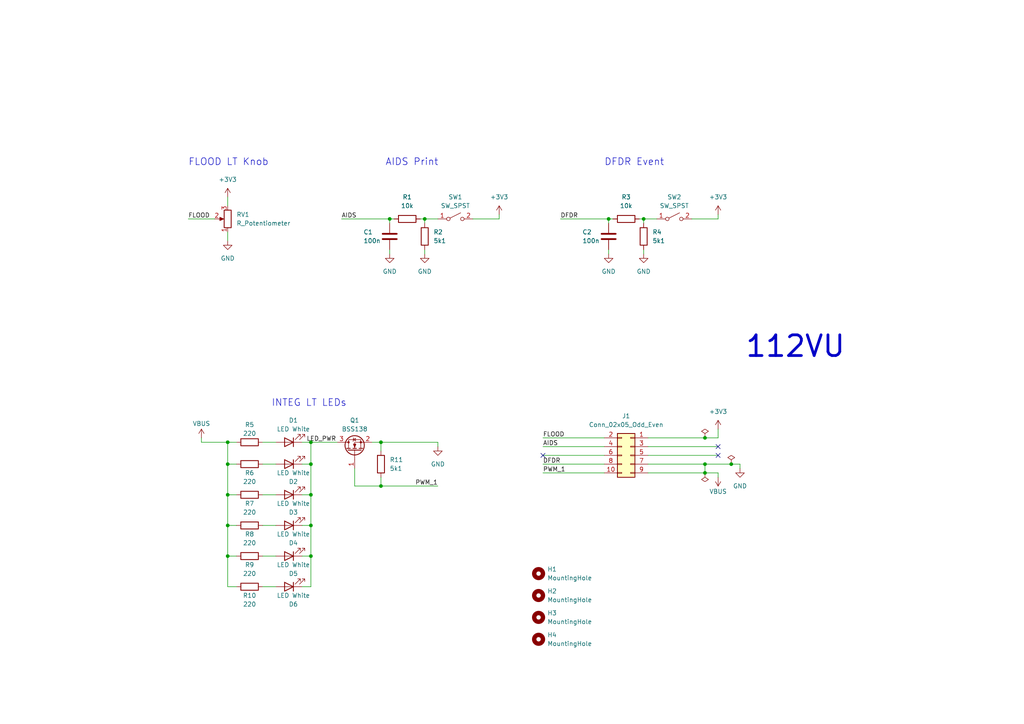
<source format=kicad_sch>
(kicad_sch (version 20230121) (generator eeschema)
  (paper "A4")
  (lib_symbols
    (symbol "Connector_Generic:Conn_02x05_Odd_Even" (pin_names (offset 1.016) hide)
      (property "Reference" "J" (at 1.27 7.62 0))
      (property "Value" "Conn_02x05_Odd_Even" (at 1.27 -7.62 0))
      (symbol "Conn_02x05_Odd_Even_1_1"
        (rectangle (start -1.27 -4.953) (end 0 -5.207) (stroke (width 0.1524)))
        (rectangle (start -1.27 -2.413) (end 0 -2.667) (stroke (width 0.1524)))
        (rectangle (start -1.27 0.127) (end 0 -0.127) (stroke (width 0.1524)))
        (rectangle (start -1.27 2.667) (end 0 2.413) (stroke (width 0.1524)))
        (rectangle (start -1.27 5.207) (end 0 4.953) (stroke (width 0.1524)))
        (rectangle (start -1.27 6.35) (end 3.81 -6.35) (stroke (width 0.254)) (fill (type background)))
        (rectangle (start 3.81 -4.953) (end 2.54 -5.207) (stroke (width 0.1524)))
        (rectangle (start 3.81 -2.413) (end 2.54 -2.667) (stroke (width 0.1524)))
        (rectangle (start 3.81 0.127) (end 2.54 -0.127) (stroke (width 0.1524)))
        (rectangle (start 3.81 2.667) (end 2.54 2.413) (stroke (width 0.1524)))
        (rectangle (start 3.81 5.207) (end 2.54 4.953) (stroke (width 0.1524)))
        (pin passive line (at -5.08 5.08 0) (length 3.81) (name "Pin_1") (number "1"))
        (pin passive line (at 7.62 -5.08 180) (length 3.81) (name "Pin_10") (number "10"))
        (pin passive line (at 7.62 5.08 180) (length 3.81) (name "Pin_2") (number "2"))
        (pin passive line (at -5.08 2.54 0) (length 3.81) (name "Pin_3") (number "3"))
        (pin passive line (at 7.62 2.54 180) (length 3.81) (name "Pin_4") (number "4"))
        (pin passive line (at -5.08 0 0) (length 3.81) (name "Pin_5") (number "5"))
        (pin passive line (at 7.62 0 180) (length 3.81) (name "Pin_6") (number "6"))
        (pin passive line (at -5.08 -2.54 0) (length 3.81) (name "Pin_7") (number "7"))
        (pin passive line (at 7.62 -2.54 180) (length 3.81) (name "Pin_8") (number "8"))
        (pin passive line (at -5.08 -5.08 0) (length 3.81) (name "Pin_9") (number "9"))
      )
    )
    (symbol "Device:C" (pin_numbers hide) (pin_names (offset 0.254))
      (property "Reference" "C" (at 0.635 2.54 0))
      (property "Value" "C" (at 0.635 -2.54 0))
      (symbol "C_0_1"
        (polyline (pts (xy -2.032 -0.762) (xy 2.032 -0.762)) (stroke (width 0.508)))
        (polyline (pts (xy -2.032 0.762) (xy 2.032 0.762)) (stroke (width 0.508)))
      )
      (symbol "C_1_1"
        (pin passive line (at 0 3.81 270) (length 2.794) (name "~") (number "1"))
        (pin passive line (at 0 -3.81 90) (length 2.794) (name "~") (number "2"))
      )
    )
    (symbol "Device:LED" (pin_numbers hide) (pin_names (offset 1.016) hide)
      (property "Reference" "D" (at 0 2.54 0))
      (property "Value" "LED" (at 0 -2.54 0))
      (symbol "LED_0_1"
        (polyline (pts (xy -1.27 -1.27) (xy -1.27 1.27)) (stroke (width 0.254)))
        (polyline (pts (xy -1.27 0) (xy 1.27 0)))
        (polyline (pts (xy 1.27 -1.27) (xy 1.27 1.27) (xy -1.27 0) (xy 1.27 -1.27)) (stroke (width 0.254)))
        (polyline (pts (xy -3.048 -0.762) (xy -4.572 -2.286) (xy -3.81 -2.286) (xy -4.572 -2.286) (xy -4.572 -1.524)))
        (polyline (pts (xy -1.778 -0.762) (xy -3.302 -2.286) (xy -2.54 -2.286) (xy -3.302 -2.286) (xy -3.302 -1.524)))
      )
      (symbol "LED_1_1"
        (pin passive line (at -3.81 0 0) (length 2.54) (name "K") (number "1"))
        (pin passive line (at 3.81 0 180) (length 2.54) (name "A") (number "2"))
      )
    )
    (symbol "Device:R" (pin_numbers hide) (pin_names (offset 0))
      (property "Reference" "R" (at 2.032 0 90))
      (property "Value" "R" (at 0 0 90))
      (symbol "R_0_1"
        (rectangle (start -1.016 -2.54) (end 1.016 2.54) (stroke (width 0.254)))
      )
      (symbol "R_1_1"
        (pin passive line (at 0 3.81 270) (length 1.27) (name "~") (number "1"))
        (pin passive line (at 0 -3.81 90) (length 1.27) (name "~") (number "2"))
      )
    )
    (symbol "Device:R_Potentiometer" (pin_names (offset 1.016) hide)
      (property "Reference" "RV" (at -4.445 0 90))
      (property "Value" "R_Potentiometer" (at -2.54 0 90))
      (symbol "R_Potentiometer_0_1"
        (polyline (pts (xy 2.54 0) (xy 1.524 0)))
        (polyline (pts (xy 1.143 0) (xy 2.286 0.508) (xy 2.286 -0.508) (xy 1.143 0)) (fill (type outline)))
        (rectangle (start 1.016 2.54) (end -1.016 -2.54) (stroke (width 0.254)))
      )
      (symbol "R_Potentiometer_1_1"
        (pin passive line (at 0 3.81 270) (length 1.27) (name "1") (number "1"))
        (pin passive line (at 3.81 0 180) (length 1.27) (name "2") (number "2"))
        (pin passive line (at 0 -3.81 90) (length 1.27) (name "3") (number "3"))
      )
    )
    (symbol "Mechanical:MountingHole" (pin_names (offset 1.016))
      (property "Reference" "H" (at 0 5.08 0))
      (property "Value" "MountingHole" (at 0 3.175 0))
      (symbol "MountingHole_0_1"
        (circle (center 0 0) (radius 1.27) (stroke (width 1.27)))
      )
    )
    (symbol "Switch:SW_SPST" (pin_names (offset 0) hide)
      (property "Reference" "SW" (at 0 3.175 0))
      (property "Value" "SW_SPST" (at 0 -2.54 0))
      (symbol "SW_SPST_0_0"
        (circle (center -2.032 0) (radius 0.508))
        (polyline (pts (xy -1.524 0.254) (xy 1.524 1.778)))
        (circle (center 2.032 0) (radius 0.508))
      )
      (symbol "SW_SPST_1_1"
        (pin passive line (at -5.08 0 0) (length 2.54) (name "A") (number "1"))
        (pin passive line (at 5.08 0 180) (length 2.54) (name "B") (number "2"))
      )
    )
    (symbol "Transistor_FET:2N7002K" (pin_names hide)
      (property "Reference" "Q" (at 5.08 1.905 0))
      (property "Value" "2N7002K" (at 5.08 0 0))
      (symbol "2N7002K_0_1"
        (polyline (pts (xy 0.254 0) (xy -2.54 0)))
        (polyline (pts (xy 0.254 1.905) (xy 0.254 -1.905)) (stroke (width 0.254)))
        (polyline (pts (xy 0.762 -1.27) (xy 0.762 -2.286)) (stroke (width 0.254)))
        (polyline (pts (xy 0.762 0.508) (xy 0.762 -0.508)) (stroke (width 0.254)))
        (polyline (pts (xy 0.762 2.286) (xy 0.762 1.27)) (stroke (width 0.254)))
        (polyline (pts (xy 2.54 2.54) (xy 2.54 1.778)))
        (polyline (pts (xy 2.54 -2.54) (xy 2.54 0) (xy 0.762 0)))
        (polyline (pts (xy 0.762 -1.778) (xy 3.302 -1.778) (xy 3.302 1.778) (xy 0.762 1.778)))
        (polyline (pts (xy 1.016 0) (xy 2.032 0.381) (xy 2.032 -0.381) (xy 1.016 0)) (fill (type outline)))
        (polyline (pts (xy 2.794 0.508) (xy 2.921 0.381) (xy 3.683 0.381) (xy 3.81 0.254)))
        (polyline (pts (xy 3.302 0.381) (xy 2.921 -0.254) (xy 3.683 -0.254) (xy 3.302 0.381)))
        (circle (center 1.651 0) (radius 2.794) (stroke (width 0.254)))
        (circle (center 2.54 -1.778) (radius 0.254) (fill (type outline)))
        (circle (center 2.54 1.778) (radius 0.254) (fill (type outline)))
      )
      (symbol "2N7002K_1_1"
        (pin input line (at -5.08 0 0) (length 2.54) (name "G") (number "1"))
        (pin passive line (at 2.54 -5.08 90) (length 2.54) (name "S") (number "2"))
        (pin passive line (at 2.54 5.08 270) (length 2.54) (name "D") (number "3"))
      )
    )
    (symbol "power:+3V3" (power) (pin_names (offset 0))
      (property "Value" "+3V3" (at 0 3.556 0))
      (symbol "+3V3_0_1"
        (polyline (pts (xy -0.762 1.27) (xy 0 2.54)))
        (polyline (pts (xy 0 0) (xy 0 2.54)))
        (polyline (pts (xy 0 2.54) (xy 0.762 1.27)))
      )
      (symbol "+3V3_1_1"
        (pin power_in line (at 0 0 90) (length 0) hide (name "+3V3") (number "1"))
      )
    )
    (symbol "power:GND" (power) (pin_names (offset 0))
      (property "Value" "GND" (at 0 -3.81 0))
      (symbol "GND_0_1"
        (polyline (pts (xy 0 0) (xy 0 -1.27) (xy 1.27 -1.27) (xy 0 -2.54) (xy -1.27 -1.27) (xy 0 -1.27)))
      )
      (symbol "GND_1_1"
        (pin power_in line (at 0 0 270) (length 0) hide (name "GND") (number "1"))
      )
    )
    (symbol "power:PWR_FLAG" (power) (pin_numbers hide) (pin_names (offset 0) hide)
      (property "Value" "PWR_FLAG" (at 0 3.81 0))
      (symbol "PWR_FLAG_0_0"
        (pin power_out line (at 0 0 90) (length 0) (name "pwr") (number "1"))
      )
      (symbol "PWR_FLAG_0_1"
        (polyline (pts (xy 0 0) (xy 0 1.27) (xy -1.016 1.905) (xy 0 2.54) (xy 1.016 1.905) (xy 0 1.27)))
      )
    )
    (symbol "power:VBUS" (power) (pin_names (offset 0))
      (property "Value" "VBUS" (at 0 3.81 0))
      (symbol "VBUS_0_1"
        (polyline (pts (xy -0.762 1.27) (xy 0 2.54)))
        (polyline (pts (xy 0 0) (xy 0 2.54)))
        (polyline (pts (xy 0 2.54) (xy 0.762 1.27)))
      )
      (symbol "VBUS_1_1"
        (pin power_in line (at 0 0 90) (length 0) hide (name "VBUS") (number "1"))
      )
    )
  )
  (junction (at 176.53 63.5))
  (junction (at 66.04 161.29))
  (junction (at 123.19 63.5))
  (junction (at 90.17 134.62))
  (junction (at 90.17 161.29))
  (junction (at 90.17 128.27))
  (junction (at 66.04 143.51))
  (junction (at 90.17 152.4))
  (junction (at 204.47 134.62))
  (junction (at 90.17 143.51))
  (junction (at 212.09 134.62))
  (junction (at 66.04 128.27))
  (junction (at 66.04 152.4))
  (junction (at 113.03 63.5))
  (junction (at 110.49 140.97))
  (junction (at 110.49 128.27))
  (junction (at 204.47 137.16))
  (junction (at 186.69 63.5))
  (junction (at 204.47 127))
  (junction (at 66.04 134.62))
  (no_connect (at 208.28 129.54))
  (no_connect (at 157.48 132.08))
  (no_connect (at 208.28 132.08))
  (wire (pts (xy 113.03 63.5) (xy 114.3 63.5)))
  (wire (pts (xy 58.42 128.27) (xy 58.42 127)))
  (wire (pts (xy 110.49 128.27) (xy 110.49 130.81)))
  (wire (pts (xy 66.04 152.4) (xy 66.04 161.29)))
  (wire (pts (xy 66.04 67.31) (xy 66.04 69.85)))
  (wire (pts (xy 66.04 134.62) (xy 66.04 143.51)))
  (wire (pts (xy 90.17 161.29) (xy 90.17 170.18)))
  (wire (pts (xy 121.92 63.5) (xy 123.19 63.5)))
  (wire (pts (xy 113.03 72.39) (xy 113.03 73.66)))
  (wire (pts (xy 162.56 63.5) (xy 176.53 63.5)))
  (wire (pts (xy 204.47 137.16) (xy 204.47 134.62)))
  (wire (pts (xy 214.63 134.62) (xy 214.63 135.89)))
  (wire (pts (xy 157.48 134.62) (xy 175.26 134.62)))
  (wire (pts (xy 102.87 140.97) (xy 110.49 140.97)))
  (wire (pts (xy 212.09 134.62) (xy 214.63 134.62)))
  (wire (pts (xy 102.87 135.89) (xy 102.87 140.97)))
  (wire (pts (xy 90.17 143.51) (xy 90.17 152.4)))
  (wire (pts (xy 66.04 152.4) (xy 68.58 152.4)))
  (wire (pts (xy 186.69 72.39) (xy 186.69 73.66)))
  (wire (pts (xy 68.58 134.62) (xy 66.04 134.62)))
  (wire (pts (xy 157.48 127) (xy 175.26 127)))
  (wire (pts (xy 208.28 138.43) (xy 208.28 137.16)))
  (wire (pts (xy 99.06 63.5) (xy 113.03 63.5)))
  (wire (pts (xy 87.63 161.29) (xy 90.17 161.29)))
  (wire (pts (xy 87.63 152.4) (xy 90.17 152.4)))
  (wire (pts (xy 90.17 128.27) (xy 97.79 128.27)))
  (wire (pts (xy 123.19 72.39) (xy 123.19 73.66)))
  (wire (pts (xy 157.48 137.16) (xy 175.26 137.16)))
  (wire (pts (xy 66.04 161.29) (xy 66.04 170.18)))
  (wire (pts (xy 87.63 128.27) (xy 90.17 128.27)))
  (wire (pts (xy 186.69 63.5) (xy 190.5 63.5)))
  (wire (pts (xy 113.03 63.5) (xy 113.03 64.77)))
  (wire (pts (xy 66.04 128.27) (xy 68.58 128.27)))
  (wire (pts (xy 54.61 63.5) (xy 62.23 63.5)))
  (wire (pts (xy 123.19 63.5) (xy 123.19 64.77)))
  (wire (pts (xy 123.19 63.5) (xy 127 63.5)))
  (wire (pts (xy 144.78 62.23) (xy 144.78 63.5)))
  (wire (pts (xy 208.28 62.23) (xy 208.28 63.5)))
  (wire (pts (xy 87.63 170.18) (xy 90.17 170.18)))
  (wire (pts (xy 107.95 128.27) (xy 110.49 128.27)))
  (wire (pts (xy 187.96 129.54) (xy 208.28 129.54)))
  (wire (pts (xy 66.04 143.51) (xy 66.04 152.4)))
  (wire (pts (xy 76.2 152.4) (xy 80.01 152.4)))
  (wire (pts (xy 76.2 161.29) (xy 80.01 161.29)))
  (wire (pts (xy 110.49 138.43) (xy 110.49 140.97)))
  (wire (pts (xy 66.04 57.15) (xy 66.04 59.69)))
  (wire (pts (xy 185.42 63.5) (xy 186.69 63.5)))
  (wire (pts (xy 87.63 143.51) (xy 90.17 143.51)))
  (wire (pts (xy 176.53 63.5) (xy 176.53 64.77)))
  (wire (pts (xy 90.17 134.62) (xy 90.17 143.51)))
  (wire (pts (xy 137.16 63.5) (xy 144.78 63.5)))
  (wire (pts (xy 76.2 143.51) (xy 80.01 143.51)))
  (wire (pts (xy 186.69 63.5) (xy 186.69 64.77)))
  (wire (pts (xy 76.2 170.18) (xy 80.01 170.18)))
  (wire (pts (xy 187.96 137.16) (xy 204.47 137.16)))
  (wire (pts (xy 157.48 132.08) (xy 175.26 132.08)))
  (wire (pts (xy 187.96 134.62) (xy 204.47 134.62)))
  (wire (pts (xy 76.2 134.62) (xy 80.01 134.62)))
  (wire (pts (xy 200.66 63.5) (xy 208.28 63.5)))
  (wire (pts (xy 66.04 134.62) (xy 66.04 128.27)))
  (wire (pts (xy 90.17 152.4) (xy 90.17 161.29)))
  (wire (pts (xy 176.53 72.39) (xy 176.53 73.66)))
  (wire (pts (xy 76.2 128.27) (xy 80.01 128.27)))
  (wire (pts (xy 187.96 127) (xy 204.47 127)))
  (wire (pts (xy 58.42 128.27) (xy 66.04 128.27)))
  (wire (pts (xy 127 129.54) (xy 127 128.27)))
  (wire (pts (xy 110.49 140.97) (xy 127 140.97)))
  (wire (pts (xy 187.96 132.08) (xy 208.28 132.08)))
  (wire (pts (xy 204.47 127) (xy 208.28 127)))
  (wire (pts (xy 90.17 128.27) (xy 90.17 134.62)))
  (wire (pts (xy 68.58 170.18) (xy 66.04 170.18)))
  (wire (pts (xy 66.04 143.51) (xy 68.58 143.51)))
  (wire (pts (xy 204.47 137.16) (xy 208.28 137.16)))
  (wire (pts (xy 87.63 134.62) (xy 90.17 134.62)))
  (wire (pts (xy 66.04 161.29) (xy 68.58 161.29)))
  (wire (pts (xy 176.53 63.5) (xy 177.8 63.5)))
  (wire (pts (xy 208.28 124.46) (xy 208.28 127)))
  (wire (pts (xy 127 128.27) (xy 110.49 128.27)))
  (wire (pts (xy 157.48 129.54) (xy 175.26 129.54)))
  (wire (pts (xy 204.47 134.62) (xy 212.09 134.62)))
  (text "INTEG LT LEDs" (at 78.74 118.11 0) (effects (font (size 2 2)) (justify left bottom)))
  (text "AIDS Print" (at 111.76 48.26 0) (effects (font (size 2 2)) (justify left bottom)))
  (text "112VU" (at 215.9 104.14 0) (effects (font (size 6 6) (thickness 0.8) bold) (justify left bottom)))
  (text "DFDR Event" (at 175.26 48.26 0) (effects (font (size 2 2)) (justify left bottom)))
  (text "FLOOD LT Knob" (at 54.61 48.26 0) (effects (font (size 2 2)) (justify left bottom)))
  (label "FLOOD" (at 157.48 127 0))
  (label "LED_PWR" (at 88.9 128.27 0))
  (label "DFDR" (at 162.56 63.5 0))
  (label "DFDR" (at 157.48 134.62 0))
  (label "AIDS" (at 99.06 63.5 0))
  (label "PWM_1" (at 157.48 137.16 0))
  (label "PWM_1" (at 127 140.97 180))
  (label "FLOOD" (at 54.61 63.5 0))
  (label "AIDS" (at 157.48 129.54 0))
  (symbol (lib_id "Device:R") (at 72.39 161.29 90) (unit 1)
    (property "Reference" "R9" (at 72.39 163.83 90))
    (property "Value" "220" (at 72.39 166.37 90))
    (property "Footprint" "Resistor_SMD:R_0805_2012Metric" (effects hide))
    (property "Datasheet" "https://datasheet.lcsc.com/lcsc/2308241113_FOJAN-FRC0805J221-TS_C2933537.pdf" (effects hide))
    (property "Manufracturer" "FOJAN" (effects hide))
    (property "Manufracturer Part Number" "FRC0805J221 TS" (effects hide))
    (property "JLCPCB Part" "C2933537" (effects hide))
  )
  (symbol (lib_id "Device:R") (at 118.11 63.5 90) (unit 1)
    (property "Reference" "R1" (at 118.11 57.15 90))
    (property "Value" "10k" (at 118.11 59.69 90))
    (property "Footprint" "Resistor_SMD:R_0603_1608Metric" (effects hide))
    (property "Datasheet" "https://www.lcsc.com/datasheet/lcsc_datasheet_2206010045_UNI-ROYAL-Uniroyal-Elec-0603WAF1002T5E_C25804.pdf" (effects hide))
    (property "JLCPCB Part" "C25804" (effects hide))
    (property "Manufracturer" "UNI-ROYAL(Uniroyal Elec)" (effects hide))
    (property "Manufracturer Part Number" "0603WAF1002T5E" (effects hide))
  )
  (symbol (lib_id "Device:LED") (at 83.82 128.27 180) (unit 1)
    (property "Reference" "D1" (at 85.09 121.92 0))
    (property "Value" "LED White" (at 85.09 124.46 0))
    (property "Footprint" "LED_SMD:LED_0805_2012Metric" (effects hide))
    (property "Datasheet" "https://www.lcsc.com/datasheet/lcsc_datasheet_2402181504_XINGLIGHT-XL-2012WWC-DS_C3646928.pdf" (effects hide))
    (property "Manufracturer" "XINGLIGHT" (effects hide))
    (property "Manufracturer Part Number" "XL-2012WWC-DS" (effects hide))
    (property "JLCPCB Part" "C3646928" (effects hide))
  )
  (symbol (lib_id "Device:R") (at 72.39 134.62 90) (unit 1)
    (property "Reference" "R6" (at 72.39 137.16 90))
    (property "Value" "220" (at 72.39 139.7 90))
    (property "Footprint" "Resistor_SMD:R_0805_2012Metric" (effects hide))
    (property "Datasheet" "https://datasheet.lcsc.com/lcsc/2308241113_FOJAN-FRC0805J221-TS_C2933537.pdf" (effects hide))
    (property "Manufracturer" "FOJAN" (effects hide))
    (property "Manufracturer Part Number" "FRC0805J221 TS" (effects hide))
    (property "JLCPCB Part" "C2933537" (effects hide))
  )
  (symbol (lib_id "power:PWR_FLAG") (at 204.47 127 0) (unit 1)
    (property "Reference" "#FLG01" (effects hide))
    (property "Value" "PWR_FLAG" (effects hide))
  )
  (symbol (lib_id "Device:LED") (at 83.82 134.62 180) (unit 1)
    (property "Reference" "D2" (at 85.09 139.7 0))
    (property "Value" "LED White" (at 85.09 137.16 0))
    (property "Footprint" "LED_SMD:LED_0805_2012Metric" (effects hide))
    (property "Datasheet" "https://www.lcsc.com/datasheet/lcsc_datasheet_2402181504_XINGLIGHT-XL-2012WWC-DS_C3646928.pdf" (effects hide))
    (property "Manufracturer" "XINGLIGHT" (effects hide))
    (property "Manufracturer Part Number" "XL-2012WWC-DS" (effects hide))
    (property "JLCPCB Part" "C3646928" (effects hide))
  )
  (symbol (lib_id "power:GND") (at 123.19 73.66 0) (unit 1)
    (property "Reference" "#PWR04" (effects hide))
    (property "Value" "GND" (at 123.19 78.74 0))
  )
  (symbol (lib_id "power:GND") (at 66.04 69.85 0) (unit 1)
    (property "Reference" "#PWR02" (effects hide))
    (property "Value" "GND" (at 66.04 74.93 0))
  )
  (symbol (lib_id "power:+3V3") (at 144.78 62.23 0) (unit 1)
    (property "Reference" "#PWR05" (effects hide))
    (property "Value" "+3V3" (at 144.78 57.15 0))
  )
  (symbol (lib_id "Device:R") (at 72.39 128.27 90) (unit 1)
    (property "Reference" "R5" (at 72.39 123.19 90))
    (property "Value" "220" (at 72.39 125.73 90))
    (property "Footprint" "Resistor_SMD:R_0805_2012Metric" (effects hide))
    (property "Datasheet" "https://datasheet.lcsc.com/lcsc/2308241113_FOJAN-FRC0805J221-TS_C2933537.pdf" (effects hide))
    (property "Manufracturer" "FOJAN" (effects hide))
    (property "Manufracturer Part Number" "FRC0805J221 TS" (effects hide))
    (property "JLCPCB Part" "C2933537" (effects hide))
  )
  (symbol (lib_id "Mechanical:MountingHole") (at 156.21 166.37 0) (unit 1) (in_bom no)
    (property "Reference" "H1" (at 158.75 165.1 0) (effects (justify left)))
    (property "Value" "MountingHole" (at 158.75 167.64 0) (effects (justify left)))
    (property "Footprint" "MountingHole:MountingHole_2.2mm_M2" (effects hide))
  )
  (symbol (lib_id "power:+3V3") (at 208.28 124.46 0) (unit 1)
    (property "Reference" "#PWR09" (effects hide))
    (property "Value" "+3V3" (at 208.28 119.38 0))
  )
  (symbol (lib_id "power:GND") (at 127 129.54 0) (unit 1)
    (property "Reference" "#PWR013" (effects hide))
    (property "Value" "GND" (at 127 134.62 0))
  )
  (symbol (lib_id "Mechanical:MountingHole") (at 156.21 179.07 0) (unit 1) (in_bom no)
    (property "Reference" "H3" (at 158.75 177.8 0) (effects (justify left)))
    (property "Value" "MountingHole" (at 158.75 180.34 0) (effects (justify left)))
    (property "Footprint" "MountingHole:MountingHole_2.2mm_M2" (effects hide))
  )
  (symbol (lib_id "power:+3V3") (at 66.04 57.15 0) (unit 1)
    (property "Reference" "#PWR01" (effects hide))
    (property "Value" "+3V3" (at 66.04 52.07 0))
  )
  (symbol (lib_id "Device:R") (at 72.39 152.4 90) (unit 1)
    (property "Reference" "R8" (at 72.39 154.94 90))
    (property "Value" "220" (at 72.39 157.48 90))
    (property "Footprint" "Resistor_SMD:R_0805_2012Metric" (effects hide))
    (property "Datasheet" "https://datasheet.lcsc.com/lcsc/2308241113_FOJAN-FRC0805J221-TS_C2933537.pdf" (effects hide))
    (property "Manufracturer" "FOJAN" (effects hide))
    (property "Manufracturer Part Number" "FRC0805J221 TS" (effects hide))
    (property "JLCPCB Part" "C2933537" (effects hide))
  )
  (symbol (lib_id "power:GND") (at 113.03 73.66 0) (unit 1)
    (property "Reference" "#PWR03" (effects hide))
    (property "Value" "GND" (at 113.03 78.74 0))
  )
  (symbol (lib_id "Device:LED") (at 83.82 170.18 180) (unit 1)
    (property "Reference" "D6" (at 85.09 175.26 0))
    (property "Value" "LED White" (at 85.09 172.72 0))
    (property "Footprint" "LED_SMD:LED_0805_2012Metric" (effects hide))
    (property "Datasheet" "https://www.lcsc.com/datasheet/lcsc_datasheet_2402181504_XINGLIGHT-XL-2012WWC-DS_C3646928.pdf" (effects hide))
    (property "Manufracturer" "XINGLIGHT" (effects hide))
    (property "Manufracturer Part Number" "XL-2012WWC-DS" (effects hide))
    (property "JLCPCB Part" "C3646928" (effects hide))
  )
  (symbol (lib_id "power:+3V3") (at 208.28 62.23 0) (unit 1)
    (property "Reference" "#PWR08" (effects hide))
    (property "Value" "+3V3" (at 208.28 57.15 0))
  )
  (symbol (lib_id "Switch:SW_SPST") (at 195.58 63.5 0) (unit 1)
    (property "Reference" "SW2" (at 195.58 57.15 0))
    (property "Value" "SW_SPST" (at 195.58 59.69 0))
    (property "Footprint" "NiasStuff:SW_SPDT_YUEN-FUNG_ST-0-103-A01-T000-RS" (effects hide))
    (property "Datasheet" "https://datasheet.lcsc.com/lcsc/2307200931_YUEN-FUNG-ST-0-103-A01-T000-RS_C1788488.pdf" (effects hide))
    (property "JLCPCB Part" "C1788488" (effects hide))
    (property "Manufracturer" "YUEN FUNG" (effects hide))
    (property "Manufracturer Part Number" "ST-0-103-A01-T000-RS" (effects hide))
  )
  (symbol (lib_id "power:PWR_FLAG") (at 212.09 134.62 0) (unit 1)
    (property "Reference" "#FLG03" (effects hide))
    (property "Value" "PWR_FLAG" (effects hide))
  )
  (symbol (lib_id "power:PWR_FLAG") (at 204.47 137.16 180) (unit 1)
    (property "Reference" "#FLG02" (effects hide))
    (property "Value" "PWR_FLAG" (effects hide))
  )
  (symbol (lib_id "Connector_Generic:Conn_02x05_Odd_Even") (at 182.88 132.08 0) (mirror y) (unit 1)
    (property "Reference" "J1" (at 181.61 120.65 0))
    (property "Value" "Conn_02x05_Odd_Even" (at 181.61 123.19 0))
    (property "Footprint" "Connector_IDC:IDC-Header_2x05_P2.54mm_Vertical" (effects hide))
  )
  (symbol (lib_id "Device:R_Potentiometer") (at 66.04 63.5 180) (unit 1)
    (property "Reference" "RV1" (at 68.58 62.23 0) (effects (justify right)))
    (property "Value" "R_Potentiometer" (at 68.58 64.77 0) (effects (justify right)))
    (property "Footprint" "NiasStuff:Potentiometer_Alps_RK09L_Double_Vertical" (effects hide))
    (property "Datasheet" "https://datasheet.lcsc.com/lcsc/1912111437_ALPSALPINE-RK09L1240A12_C380211.pdf" (effects hide))
    (property "Manufracturer" "ALPSALPINE" (effects hide))
    (property "Manufracturer Part Number" "RK09L1240A12" (effects hide))
    (property "JLCPCB Part" "C380211" (effects hide))
  )
  (symbol (lib_id "Device:R") (at 123.19 68.58 0) (unit 1)
    (property "Reference" "R2" (at 125.73 67.31 0) (effects (justify left)))
    (property "Value" "5k1" (at 125.73 69.85 0) (effects (justify left)))
    (property "Footprint" "Resistor_SMD:R_0603_1608Metric" (effects hide))
    (property "Datasheet" "https://www.lcsc.com/datasheet/lcsc_datasheet_2206010116_UNI-ROYAL-Uniroyal-Elec-0603WAF5101T5E_C23186.pdf" (effects hide))
    (property "JLCPCB Part" "C23186" (effects hide))
    (property "Manufracturer" "UNI-ROYAL(Uniroyal Elec)" (effects hide))
    (property "Manufracturer Part Number" "0603WAF5101T5E" (effects hide))
  )
  (symbol (lib_id "Device:LED") (at 83.82 152.4 180) (unit 1)
    (property "Reference" "D4" (at 85.09 157.48 0))
    (property "Value" "LED White" (at 85.09 154.94 0))
    (property "Footprint" "LED_SMD:LED_0805_2012Metric" (effects hide))
    (property "Datasheet" "https://www.lcsc.com/datasheet/lcsc_datasheet_2402181504_XINGLIGHT-XL-2012WWC-DS_C3646928.pdf" (effects hide))
    (property "Manufracturer" "XINGLIGHT" (effects hide))
    (property "Manufracturer Part Number" "XL-2012WWC-DS" (effects hide))
    (property "JLCPCB Part" "C3646928" (effects hide))
  )
  (symbol (lib_id "Device:R") (at 72.39 170.18 90) (unit 1)
    (property "Reference" "R10" (at 72.39 172.72 90))
    (property "Value" "220" (at 72.39 175.26 90))
    (property "Footprint" "Resistor_SMD:R_0805_2012Metric" (effects hide))
    (property "Datasheet" "https://datasheet.lcsc.com/lcsc/2308241113_FOJAN-FRC0805J221-TS_C2933537.pdf" (effects hide))
    (property "Manufracturer" "FOJAN" (effects hide))
    (property "Manufracturer Part Number" "FRC0805J221 TS" (effects hide))
    (property "JLCPCB Part" "C2933537" (effects hide))
  )
  (symbol (lib_id "Device:C") (at 176.53 68.58 0) (unit 1)
    (property "Reference" "C2" (at 168.91 67.31 0) (effects (justify left)))
    (property "Value" "100n" (at 168.91 69.85 0) (effects (justify left)))
    (property "Footprint" "Capacitor_SMD:C_0603_1608Metric" (effects hide))
    (property "Datasheet" "https://www.lcsc.com/datasheet/lcsc_datasheet_2211101700_YAGEO-CC0603KRX7R9BB104_C14663.pdf" (effects hide))
    (property "JLCPCB Part" "C14663" (effects hide))
    (property "Manufracturer" "YAGEO" (effects hide))
    (property "Manufracturer Part Number" "CC0603KRX7R9BB104" (effects hide))
  )
  (symbol (lib_id "Device:LED") (at 83.82 161.29 180) (unit 1)
    (property "Reference" "D5" (at 85.09 166.37 0))
    (property "Value" "LED White" (at 85.09 163.83 0))
    (property "Footprint" "LED_SMD:LED_0805_2012Metric" (effects hide))
    (property "Datasheet" "https://www.lcsc.com/datasheet/lcsc_datasheet_2402181504_XINGLIGHT-XL-2012WWC-DS_C3646928.pdf" (effects hide))
    (property "Manufracturer" "XINGLIGHT" (effects hide))
    (property "Manufracturer Part Number" "XL-2012WWC-DS" (effects hide))
    (property "JLCPCB Part" "C3646928" (effects hide))
  )
  (symbol (lib_id "power:GND") (at 186.69 73.66 0) (unit 1)
    (property "Reference" "#PWR07" (effects hide))
    (property "Value" "GND" (at 186.69 78.74 0))
  )
  (symbol (lib_id "Device:R") (at 186.69 68.58 0) (unit 1)
    (property "Reference" "R4" (at 189.23 67.31 0) (effects (justify left)))
    (property "Value" "5k1" (at 189.23 69.85 0) (effects (justify left)))
    (property "Footprint" "Resistor_SMD:R_0603_1608Metric" (effects hide))
    (property "Datasheet" "https://www.lcsc.com/datasheet/lcsc_datasheet_2206010116_UNI-ROYAL-Uniroyal-Elec-0603WAF5101T5E_C23186.pdf" (effects hide))
    (property "JLCPCB Part" "C23186" (effects hide))
    (property "Manufracturer" "UNI-ROYAL(Uniroyal Elec)" (effects hide))
    (property "Manufracturer Part Number" "0603WAF5101T5E" (effects hide))
  )
  (symbol (lib_id "Device:LED") (at 83.82 143.51 180) (unit 1)
    (property "Reference" "D3" (at 85.09 148.59 0))
    (property "Value" "LED White" (at 85.09 146.05 0))
    (property "Footprint" "LED_SMD:LED_0805_2012Metric" (effects hide))
    (property "Datasheet" "https://www.lcsc.com/datasheet/lcsc_datasheet_2402181504_XINGLIGHT-XL-2012WWC-DS_C3646928.pdf" (effects hide))
    (property "Manufracturer" "XINGLIGHT" (effects hide))
    (property "Manufracturer Part Number" "XL-2012WWC-DS" (effects hide))
    (property "JLCPCB Part" "C3646928" (effects hide))
  )
  (symbol (lib_id "Mechanical:MountingHole") (at 156.21 172.72 0) (unit 1) (in_bom no)
    (property "Reference" "H2" (at 158.75 171.45 0) (effects (justify left)))
    (property "Value" "MountingHole" (at 158.75 173.99 0) (effects (justify left)))
    (property "Footprint" "MountingHole:MountingHole_2.2mm_M2" (effects hide))
  )
  (symbol (lib_id "power:VBUS") (at 58.42 127 0) (unit 1)
    (property "Reference" "#PWR012" (effects hide))
    (property "Value" "VBUS" (at 58.42 122.8669 0))
  )
  (symbol (lib_id "Transistor_FET:2N7002K") (at 102.87 130.81 90) (unit 1)
    (property "Reference" "Q1" (at 102.87 121.92 90))
    (property "Value" "BSS138" (at 102.87 124.46 90))
    (property "Footprint" "Package_TO_SOT_SMD:SOT-23" (effects hide))
    (property "Datasheet" "https://www.diodes.com/assets/Datasheets/ds30896.pdf" (effects hide))
    (property "Manufracturer" "ElecSuper" (effects hide))
    (property "Manufracturer Part Number" "BSS138" (effects hide))
    (property "JLCPCB Part" "C414015" (effects hide))
  )
  (symbol (lib_id "Switch:SW_SPST") (at 132.08 63.5 0) (unit 1)
    (property "Reference" "SW1" (at 132.08 57.15 0))
    (property "Value" "SW_SPST" (at 132.08 59.69 0))
    (property "Footprint" "NiasStuff:SW_SPDT_YUEN-FUNG_ST-0-103-A01-T000-RS" (effects hide))
    (property "Datasheet" "https://datasheet.lcsc.com/lcsc/2307200931_YUEN-FUNG-ST-0-103-A01-T000-RS_C1788488.pdf" (effects hide))
    (property "JLCPCB Part" "C1788488" (effects hide))
    (property "Manufracturer" "YUEN FUNG" (effects hide))
    (property "Manufracturer Part Number" "ST-0-103-A01-T000-RS" (effects hide))
  )
  (symbol (lib_id "Device:R") (at 72.39 143.51 90) (unit 1)
    (property "Reference" "R7" (at 72.39 146.05 90))
    (property "Value" "220" (at 72.39 148.59 90))
    (property "Footprint" "Resistor_SMD:R_0805_2012Metric" (effects hide))
    (property "Datasheet" "https://datasheet.lcsc.com/lcsc/2308241113_FOJAN-FRC0805J221-TS_C2933537.pdf" (effects hide))
    (property "Manufracturer" "FOJAN" (effects hide))
    (property "Manufracturer Part Number" "FRC0805J221 TS" (effects hide))
    (property "JLCPCB Part" "C2933537" (effects hide))
  )
  (symbol (lib_id "Device:C") (at 113.03 68.58 0) (unit 1)
    (property "Reference" "C1" (at 105.41 67.31 0) (effects (justify left)))
    (property "Value" "100n" (at 105.41 69.85 0) (effects (justify left)))
    (property "Footprint" "Capacitor_SMD:C_0603_1608Metric" (effects hide))
    (property "Datasheet" "https://www.lcsc.com/datasheet/lcsc_datasheet_2211101700_YAGEO-CC0603KRX7R9BB104_C14663.pdf" (effects hide))
    (property "JLCPCB Part" "C14663" (effects hide))
    (property "Manufracturer" "YAGEO" (effects hide))
    (property "Manufracturer Part Number" "CC0603KRX7R9BB104" (effects hide))
  )
  (symbol (lib_id "Mechanical:MountingHole") (at 156.21 185.42 0) (unit 1) (in_bom no)
    (property "Reference" "H4" (at 158.75 184.15 0) (effects (justify left)))
    (property "Value" "MountingHole" (at 158.75 186.69 0) (effects (justify left)))
    (property "Footprint" "MountingHole:MountingHole_2.2mm_M2" (effects hide))
  )
  (symbol (lib_id "Device:R") (at 110.49 134.62 180) (unit 1)
    (property "Reference" "R11" (at 113.03 133.35 0) (effects (justify right)))
    (property "Value" "5k1" (at 113.03 135.89 0) (effects (justify right)))
    (property "Footprint" "Resistor_SMD:R_0603_1608Metric" (effects hide))
    (property "Datasheet" "https://www.lcsc.com/datasheet/lcsc_datasheet_2206010116_UNI-ROYAL-Uniroyal-Elec-0603WAF5101T5E_C23186.pdf" (effects hide))
    (property "JLCPCB Part" "C23186" (effects hide))
    (property "Manufracturer" "UNI-ROYAL(Uniroyal Elec)" (effects hide))
    (property "Manufracturer Part Number" "0603WAF5101T5E" (effects hide))
  )
  (symbol (lib_id "Device:R") (at 181.61 63.5 90) (unit 1)
    (property "Reference" "R3" (at 181.61 57.15 90))
    (property "Value" "10k" (at 181.61 59.69 90))
    (property "Footprint" "Resistor_SMD:R_0603_1608Metric" (effects hide))
    (property "Datasheet" "https://www.lcsc.com/datasheet/lcsc_datasheet_2206010045_UNI-ROYAL-Uniroyal-Elec-0603WAF1002T5E_C25804.pdf" (effects hide))
    (property "JLCPCB Part" "C25804" (effects hide))
    (property "Manufracturer" "UNI-ROYAL(Uniroyal Elec)" (effects hide))
    (property "Manufracturer Part Number" "0603WAF1002T5E" (effects hide))
  )
  (symbol (lib_id "power:GND") (at 176.53 73.66 0) (unit 1)
    (property "Reference" "#PWR06" (effects hide))
    (property "Value" "GND" (at 176.53 78.74 0))
  )
  (symbol (lib_id "power:GND") (at 214.63 135.89 0) (unit 1)
    (property "Reference" "#PWR011" (effects hide))
    (property "Value" "GND" (at 214.63 140.97 0))
  )
  (symbol (lib_id "power:VBUS") (at 208.28 138.43 180) (unit 1)
    (property "Reference" "#PWR010" (effects hide))
    (property "Value" "VBUS" (at 208.28 142.5631 0))
  )
)
</source>
